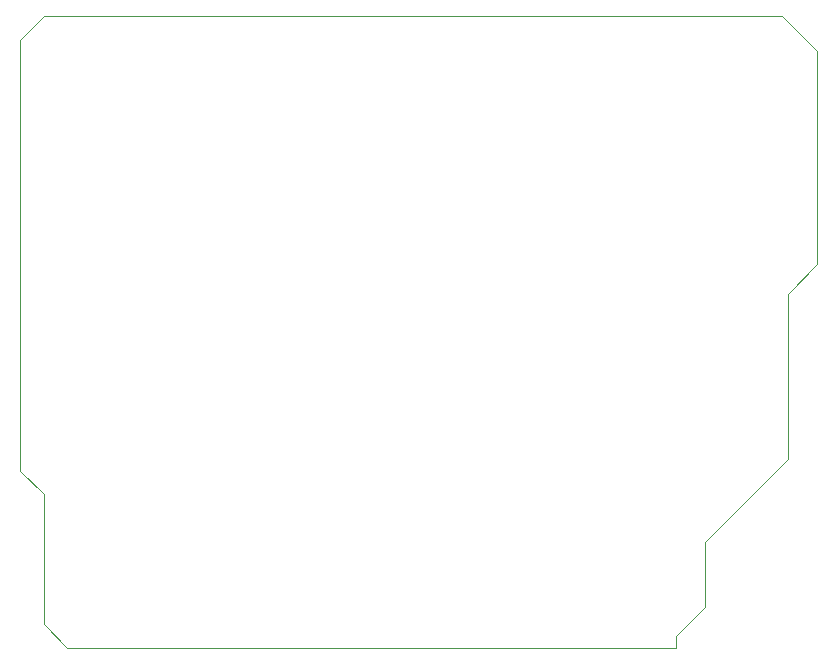
<source format=gbr>
%TF.GenerationSoftware,KiCad,Pcbnew,(5.1.9)-1*%
%TF.CreationDate,2023-04-19T23:26:57+02:00*%
%TF.ProjectId,w27c512_ardu_prog_K24DP6B78EA,77323763-3531-4325-9f61-7264755f7072,rev?*%
%TF.SameCoordinates,Original*%
%TF.FileFunction,Profile,NP*%
%FSLAX46Y46*%
G04 Gerber Fmt 4.6, Leading zero omitted, Abs format (unit mm)*
G04 Created by KiCad (PCBNEW (5.1.9)-1) date 2023-04-19 23:26:57*
%MOMM*%
%LPD*%
G01*
G04 APERTURE LIST*
%TA.AperFunction,Profile*%
%ADD10C,0.050000*%
%TD*%
G04 APERTURE END LIST*
D10*
X178500000Y-112500000D02*
X181000000Y-110000000D01*
X178500000Y-113500000D02*
X178500000Y-112500000D01*
X125000000Y-111500000D02*
X127000000Y-113500000D01*
X125000000Y-60000000D02*
X123000000Y-62000000D01*
X187500000Y-60000000D02*
X125000000Y-60000000D01*
X190500000Y-63000000D02*
X187500000Y-60000000D01*
X190500000Y-64500000D02*
X190500000Y-63000000D01*
X190500000Y-81000000D02*
X190500000Y-64500000D01*
X188000000Y-83500000D02*
X190500000Y-81000000D01*
X188000000Y-97500000D02*
X188000000Y-83500000D01*
X181000000Y-104500000D02*
X188000000Y-97500000D01*
X181000000Y-110000000D02*
X181000000Y-104500000D01*
X127000000Y-113500000D02*
X178500000Y-113500000D01*
X125000000Y-100500000D02*
X125000000Y-111500000D01*
X123000000Y-98500000D02*
X125000000Y-100500000D01*
X123000000Y-93000000D02*
X123000000Y-98500000D01*
X123000000Y-62000000D02*
X123000000Y-93000000D01*
M02*

</source>
